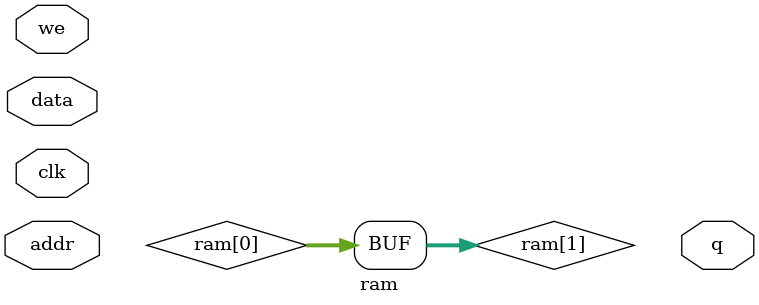
<source format=v>
module ram #(
    parameter ADDR_WIDTH=6,
    parameter DATA_WIDTH=8
) (
    input [DATA_WIDTH-1:0] data,
    input [ADDR_WIDTH-1:0] addr,
    input we, clk,
    output [7:0] q
);
reg [DATA_WIDTH-1:0] ram[2**ADDR_WIDTH-1:0];
// when we is high, write data to ram at address addr
// assign the ram value at address addr to q
always @(we) ram[addr] <= q;
// when we is low, read data from ram into q and increment addr
always @(clk) ram[addr] <= ram[addr+1];
// when we is high, read data from ram into q and increment addr
always @(we) ram[addr+1] <= ram[addr];
// write data to ram at address addr
always @(clk) ram[addr] <= data;
// read data from ram into q
always @(clk) ram[0] <= ram[1];
endmodule

</source>
